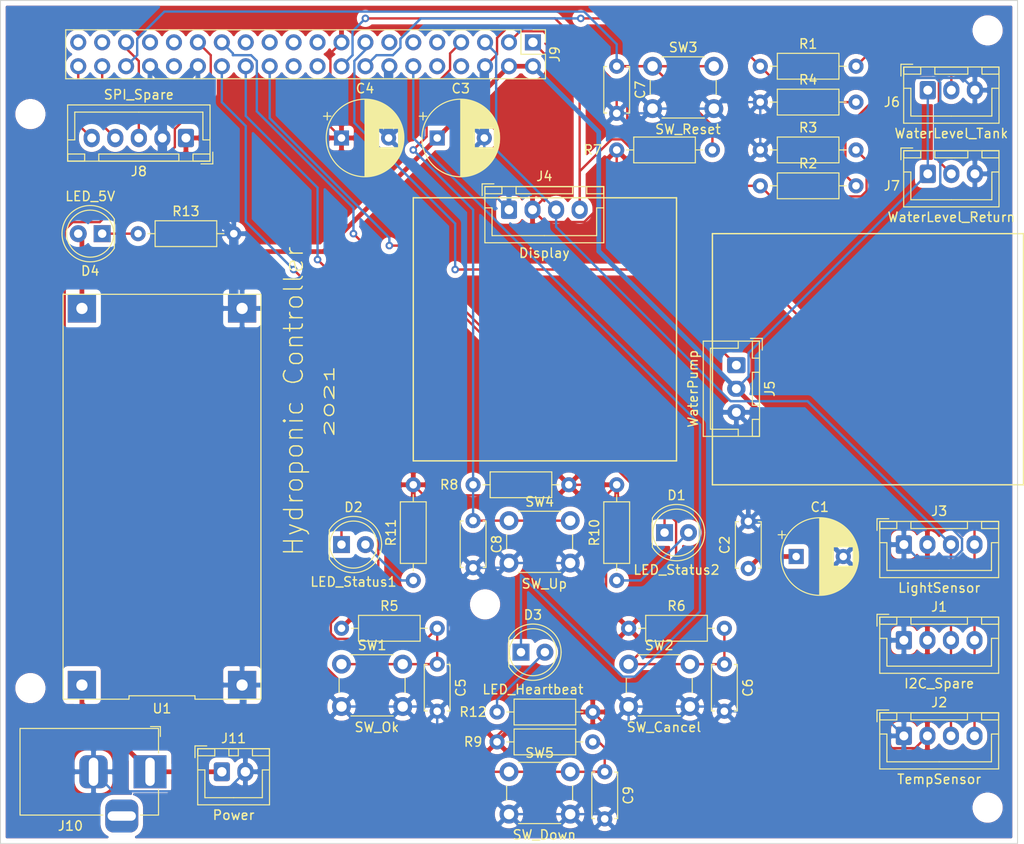
<source format=kicad_pcb>
(kicad_pcb (version 20171130) (host pcbnew "(5.1.9)-1")
  (layers (0 F.Cu signal) (31 B.Cu signal) (34 B.Paste user) (35 F.Paste user) (36 B.SilkS user) (37 F.SilkS user) (38 B.Mask user) (39 F.Mask user) (44 Edge.Cuts user))
  (net 0 "")
  (net 1 VCC5)
  (net 2 GND)
  (net 3 VCC3)
  (net 4 Ok)
  (net 5 Cancel)
  (net 6 Reset)
  (net 7 Up)
  (net 8 Down)
  (net 9 Status2)
  (net 10 "Net-(D1-Pad2)")
  (net 11 Status1)
  (net 12 "Net-(D2-Pad2)")
  (net 13 "Net-(D3-Pad2)")
  (net 14 Heartbeat)
  (net 15 "Net-(D4-Pad1)")
  (net 16 SCL)
  (net 17 SDA)
  (net 18 Waterpump)
  (net 19 "Net-(J6-Pad2)")
  (net 20 "Net-(J7-Pad2)")
  (net 21 MISO)
  (net 22 MOSI)
  (net 23 SCLK)
  (net 24 "Net-(J9-Pad8)")
  (net 25 "Net-(J9-Pad10)")
  (net 26 WaterLevel_Tank)
  (net 27 WaterLevel_Return)
  (net 28 "Net-(J9-Pad19)")
  (net 29 "Net-(J9-Pad21)")
  (net 30 "Net-(J9-Pad22)")
  (net 31 "Net-(J9-Pad23)")
  (net 32 "Net-(J9-Pad31)")
  (net 33 "Net-(J9-Pad32)")
  (net 34 "Net-(J9-Pad33)")
  (net 35 "Net-(J9-Pad37)")
  (net 36 "Net-(J10-Pad1)")
  (net 37 "Net-(J9-Pad11)")
  (net 38 "Net-(J9-Pad20)")
  (net 39 "Net-(J9-Pad25)")
  (net 40 "Net-(J9-Pad39)")
  (net 41 "Net-(J9-Pad9)")
  (net 42 "Net-(J9-Pad13)")
  (module Connector_PinHeader_2.54mm:PinHeader_2x20_P2.54mm_Vertical (layer F.Cu) (at 160.02 34.29 270)
    (fp_text reference J9 (at 1.27 -2.33 90) (layer F.SilkS))
    (fp_text value Raspberry_Pi_2_3 hide)
    (pad 1 thru_hole rect (at 0 0 270) (size 1.7 1.7) (drill 1) (layers *.Cu *.Mask) (net 3 VCC3))
    (pad 2 thru_hole oval (at 2.54 0 270) (size 1.7 1.7) (drill 1) (layers *.Cu *.Mask) (net 1 VCC5))
    (pad 3 thru_hole oval (at 0 2.54 270) (size 1.7 1.7) (drill 1) (layers *.Cu *.Mask) (net 17 SDA))
    (pad 4 thru_hole oval (at 2.54 2.54 270) (size 1.7 1.7) (drill 1) (layers *.Cu *.Mask) (net 1 VCC5))
    (pad 5 thru_hole oval (at 0 5.08 270) (size 1.7 1.7) (drill 1) (layers *.Cu *.Mask) (net 16 SCL))
    (pad 6 thru_hole oval (at 2.54 5.08 270) (size 1.7 1.7) (drill 1) (layers *.Cu *.Mask) (net 2 GND))
    (pad 7 thru_hole oval (at 0 7.62 270) (size 1.7 1.7) (drill 1) (layers *.Cu *.Mask) (net 7 Up))
    (pad 8 thru_hole oval (at 2.54 7.62 270) (size 1.7 1.7) (drill 1) (layers *.Cu *.Mask) (net 24 "Net-(J9-Pad8)"))
    (pad 9 thru_hole oval (at 0 10.16 270) (size 1.7 1.7) (drill 1) (layers *.Cu *.Mask) (net 41 "Net-(J9-Pad9)"))
    (pad 10 thru_hole oval (at 2.54 10.16 270) (size 1.7 1.7) (drill 1) (layers *.Cu *.Mask) (net 25 "Net-(J9-Pad10)"))
    (pad 11 thru_hole oval (at 0 12.7 270) (size 1.7 1.7) (drill 1) (layers *.Cu *.Mask) (net 37 "Net-(J9-Pad11)"))
    (pad 12 thru_hole oval (at 2.54 12.7 270) (size 1.7 1.7) (drill 1) (layers *.Cu *.Mask) (net 14 Heartbeat))
    (pad 13 thru_hole oval (at 0 15.24 270) (size 1.7 1.7) (drill 1) (layers *.Cu *.Mask) (net 42 "Net-(J9-Pad13)"))
    (pad 14 thru_hole oval (at 2.54 15.24 270) (size 1.7 1.7) (drill 1) (layers *.Cu *.Mask) (net 2 GND))
    (pad 15 thru_hole oval (at 0 17.78 270) (size 1.7 1.7) (drill 1) (layers *.Cu *.Mask) (net 18 Waterpump))
    (pad 16 thru_hole oval (at 2.54 17.78 270) (size 1.7 1.7) (drill 1) (layers *.Cu *.Mask) (net 26 WaterLevel_Tank))
    (pad 17 thru_hole oval (at 0 20.32 270) (size 1.7 1.7) (drill 1) (layers *.Cu *.Mask) (net 3 VCC3))
    (pad 18 thru_hole oval (at 2.54 20.32 270) (size 1.7 1.7) (drill 1) (layers *.Cu *.Mask) (net 27 WaterLevel_Return))
    (pad 19 thru_hole oval (at 0 22.86 270) (size 1.7 1.7) (drill 1) (layers *.Cu *.Mask) (net 28 "Net-(J9-Pad19)"))
    (pad 20 thru_hole oval (at 2.54 22.86 270) (size 1.7 1.7) (drill 1) (layers *.Cu *.Mask) (net 38 "Net-(J9-Pad20)"))
    (pad 21 thru_hole oval (at 0 25.4 270) (size 1.7 1.7) (drill 1) (layers *.Cu *.Mask) (net 29 "Net-(J9-Pad21)"))
    (pad 22 thru_hole oval (at 2.54 25.4 270) (size 1.7 1.7) (drill 1) (layers *.Cu *.Mask) (net 30 "Net-(J9-Pad22)"))
    (pad 23 thru_hole oval (at 0 27.94 270) (size 1.7 1.7) (drill 1) (layers *.Cu *.Mask) (net 31 "Net-(J9-Pad23)"))
    (pad 24 thru_hole oval (at 2.54 27.94 270) (size 1.7 1.7) (drill 1) (layers *.Cu *.Mask) (net 5 Cancel))
    (pad 25 thru_hole oval (at 0 30.48 270) (size 1.7 1.7) (drill 1) (layers *.Cu *.Mask) (net 39 "Net-(J9-Pad25)"))
    (pad 26 thru_hole oval (at 2.54 30.48 270) (size 1.7 1.7) (drill 1) (layers *.Cu *.Mask) (net 4 Ok))
    (pad 27 thru_hole oval (at 0 33.02 270) (size 1.7 1.7) (drill 1) (layers *.Cu *.Mask) (net 9 Status2))
    (pad 28 thru_hole oval (at 2.54 33.02 270) (size 1.7 1.7) (drill 1) (layers *.Cu *.Mask) (net 11 Status1))
    (pad 29 thru_hole oval (at 0 35.56 270) (size 1.7 1.7) (drill 1) (layers *.Cu *.Mask) (net 8 Down))
    (pad 30 thru_hole oval (at 2.54 35.56 270) (size 1.7 1.7) (drill 1) (layers *.Cu *.Mask) (net 2 GND))
    (pad 31 thru_hole oval (at 0 38.1 270) (size 1.7 1.7) (drill 1) (layers *.Cu *.Mask) (net 32 "Net-(J9-Pad31)"))
    (pad 32 thru_hole oval (at 2.54 38.1 270) (size 1.7 1.7) (drill 1) (layers *.Cu *.Mask) (net 33 "Net-(J9-Pad32)"))
    (pad 33 thru_hole oval (at 0 40.64 270) (size 1.7 1.7) (drill 1) (layers *.Cu *.Mask) (net 34 "Net-(J9-Pad33)"))
    (pad 34 thru_hole oval (at 2.54 40.64 270) (size 1.7 1.7) (drill 1) (layers *.Cu *.Mask) (net 2 GND))
    (pad 35 thru_hole oval (at 0 43.18 270) (size 1.7 1.7) (drill 1) (layers *.Cu *.Mask) (net 21 MISO))
    (pad 36 thru_hole oval (at 2.54 43.18 270) (size 1.7 1.7) (drill 1) (layers *.Cu *.Mask) (net 6 Reset))
    (pad 37 thru_hole oval (at 0 45.72 270) (size 1.7 1.7) (drill 1) (layers *.Cu *.Mask) (net 35 "Net-(J9-Pad37)"))
    (pad 38 thru_hole oval (at 2.54 45.72 270) (size 1.7 1.7) (drill 1) (layers *.Cu *.Mask) (net 22 MOSI))
    (pad 39 thru_hole oval (at 0 48.26 270) (size 1.7 1.7) (drill 1) (layers *.Cu *.Mask) (net 40 "Net-(J9-Pad39)"))
    (pad 40 thru_hole oval (at 2.54 48.26 270) (size 1.7 1.7) (drill 1) (layers *.Cu *.Mask) (net 23 SCLK))
  )
  (module Resistor_THT:R_Axial_DIN0207_L6.3mm_D2.5mm_P10.16mm_Horizontal (layer F.Cu) (at 170.18 96.52)
    (fp_text reference R6 (at 5.08 -2.37) (layer F.SilkS))
    (fp_text value 10k hide)
    (pad 2 thru_hole oval (at 10.16 0) (size 1.6 1.6) (drill 0.8) (layers *.Cu *.Mask) (net 5 Cancel))
    (pad 1 thru_hole circle (at 0 0) (size 1.6 1.6) (drill 0.8) (layers *.Cu *.Mask) (net 3 VCC3))
  )
  (module Capacitor_THT:CP_Radial_D8.0mm_P5.00mm (layer F.Cu) (at 187.96 88.9)
    (fp_text reference C1 (at 2.5 -5.25) (layer F.SilkS))
    (fp_text value 10uF hide)
    (pad 1 thru_hole rect (at 0 0) (size 1.6 1.6) (drill 0.8) (layers *.Cu *.Mask) (net 1 VCC5))
    (pad 2 thru_hole circle (at 5 0) (size 1.6 1.6) (drill 0.8) (layers *.Cu *.Mask) (net 2 GND))
  )
  (module Capacitor_THT:CP_Radial_D8.0mm_P5.00mm (layer F.Cu) (at 149.86 44.45)
    (fp_text reference C3 (at 2.5 -5.25) (layer F.SilkS))
    (fp_text value 10uF hide)
    (pad 1 thru_hole rect (at 0 0) (size 1.6 1.6) (drill 0.8) (layers *.Cu *.Mask) (net 1 VCC5))
    (pad 2 thru_hole circle (at 5 0) (size 1.6 1.6) (drill 0.8) (layers *.Cu *.Mask) (net 2 GND))
  )
  (module Capacitor_THT:CP_Radial_D8.0mm_P5.00mm (layer F.Cu) (at 139.7 44.45)
    (fp_text reference C4 (at 2.5 -5.25) (layer F.SilkS))
    (fp_text value 10uF hide)
    (pad 2 thru_hole circle (at 5 0) (size 1.6 1.6) (drill 0.8) (layers *.Cu *.Mask) (net 2 GND))
    (pad 1 thru_hole rect (at 0 0) (size 1.6 1.6) (drill 0.8) (layers *.Cu *.Mask) (net 3 VCC3))
  )
  (module LED_THT:LED_D5.0mm (layer F.Cu) (at 173.99 86.36)
    (fp_text reference D1 (at 1.27 -3.96) (layer F.SilkS))
    (fp_text value LED_Status2 (at 1.27 3.96) (layer F.SilkS))
    (pad 1 thru_hole rect (at 0 0) (size 1.8 1.8) (drill 0.9) (layers *.Cu *.Mask) (net 9 Status2))
    (pad 2 thru_hole circle (at 2.54 0) (size 1.8 1.8) (drill 0.9) (layers *.Cu *.Mask) (net 10 "Net-(D1-Pad2)"))
  )
  (module LED_THT:LED_D5.0mm (layer F.Cu) (at 139.7 87.63)
    (fp_text reference D2 (at 1.27 -3.96) (layer F.SilkS))
    (fp_text value LED_Status1 (at 1.27 3.96) (layer F.SilkS))
    (pad 1 thru_hole rect (at 0 0) (size 1.8 1.8) (drill 0.9) (layers *.Cu *.Mask) (net 11 Status1))
    (pad 2 thru_hole circle (at 2.54 0) (size 1.8 1.8) (drill 0.9) (layers *.Cu *.Mask) (net 12 "Net-(D2-Pad2)"))
  )
  (module LED_THT:LED_D5.0mm (layer F.Cu) (at 158.75 99.06)
    (fp_text reference D3 (at 1.27 -3.96) (layer F.SilkS))
    (fp_text value LED_Heartbeat (at 1.27 3.96) (layer F.SilkS))
    (pad 2 thru_hole circle (at 2.54 0) (size 1.8 1.8) (drill 0.9) (layers *.Cu *.Mask) (net 13 "Net-(D3-Pad2)"))
    (pad 1 thru_hole rect (at 0 0) (size 1.8 1.8) (drill 0.9) (layers *.Cu *.Mask) (net 14 Heartbeat))
  )
  (module LED_THT:LED_D5.0mm (layer F.Cu) (at 114.3 54.61 180)
    (fp_text reference D4 (at 1.27 -3.96) (layer F.SilkS))
    (fp_text value LED_5V (at 1.27 3.96) (layer F.SilkS))
    (pad 2 thru_hole circle (at 2.54 0 180) (size 1.8 1.8) (drill 0.9) (layers *.Cu *.Mask) (net 1 VCC5))
    (pad 1 thru_hole rect (at 0 0 180) (size 1.8 1.8) (drill 0.9) (layers *.Cu *.Mask) (net 15 "Net-(D4-Pad1)"))
  )
  (module Connector_JST:JST_XH_B4B-XH-A_1x04_P2.50mm_Vertical (layer F.Cu) (at 199.39 97.79)
    (fp_text reference J1 (at 3.75 -3.55) (layer F.SilkS))
    (fp_text value I2C_Spare (at 3.75 4.6) (layer F.SilkS))
    (pad 1 thru_hole roundrect (at 0 0) (size 1.7 1.95) (drill 0.95) (layers *.Cu *.Mask) (roundrect_rratio 0.147059) (net 2 GND))
    (pad 2 thru_hole oval (at 2.5 0) (size 1.7 1.95) (drill 0.95) (layers *.Cu *.Mask) (net 3 VCC3))
    (pad 3 thru_hole oval (at 5 0) (size 1.7 1.95) (drill 0.95) (layers *.Cu *.Mask) (net 16 SCL))
    (pad 4 thru_hole oval (at 7.5 0) (size 1.7 1.95) (drill 0.95) (layers *.Cu *.Mask) (net 17 SDA))
  )
  (module Connector_JST:JST_XH_B4B-XH-A_1x04_P2.50mm_Vertical (layer F.Cu) (at 199.39 107.95)
    (fp_text reference J2 (at 3.75 -3.55) (layer F.SilkS))
    (fp_text value TempSensor (at 3.75 4.6) (layer F.SilkS))
    (pad 4 thru_hole oval (at 7.5 0) (size 1.7 1.95) (drill 0.95) (layers *.Cu *.Mask) (net 17 SDA))
    (pad 3 thru_hole oval (at 5 0) (size 1.7 1.95) (drill 0.95) (layers *.Cu *.Mask) (net 16 SCL))
    (pad 2 thru_hole oval (at 2.5 0) (size 1.7 1.95) (drill 0.95) (layers *.Cu *.Mask) (net 3 VCC3))
    (pad 1 thru_hole roundrect (at 0 0) (size 1.7 1.95) (drill 0.95) (layers *.Cu *.Mask) (roundrect_rratio 0.147059) (net 2 GND))
  )
  (module Connector_JST:JST_XH_B4B-XH-A_1x04_P2.50mm_Vertical (layer F.Cu) (at 199.39 87.63)
    (fp_text reference J3 (at 3.75 -3.55) (layer F.SilkS))
    (fp_text value LightSensor (at 3.75 4.6) (layer F.SilkS))
    (pad 1 thru_hole roundrect (at 0 0) (size 1.7 1.95) (drill 0.95) (layers *.Cu *.Mask) (roundrect_rratio 0.147059) (net 2 GND))
    (pad 2 thru_hole oval (at 2.5 0) (size 1.7 1.95) (drill 0.95) (layers *.Cu *.Mask) (net 3 VCC3))
    (pad 3 thru_hole oval (at 5 0) (size 1.7 1.95) (drill 0.95) (layers *.Cu *.Mask) (net 16 SCL))
    (pad 4 thru_hole oval (at 7.5 0) (size 1.7 1.95) (drill 0.95) (layers *.Cu *.Mask) (net 17 SDA))
  )
  (module Connector_JST:JST_XH_B4B-XH-A_1x04_P2.50mm_Vertical (layer F.Cu) (at 157.48 52.07)
    (fp_text reference J4 (at 3.75 -3.55) (layer F.SilkS))
    (fp_text value Display (at 3.75 4.6) (layer F.SilkS))
    (pad 4 thru_hole oval (at 7.5 0) (size 1.7 1.95) (drill 0.95) (layers *.Cu *.Mask) (net 17 SDA))
    (pad 3 thru_hole oval (at 5 0) (size 1.7 1.95) (drill 0.95) (layers *.Cu *.Mask) (net 16 SCL))
    (pad 2 thru_hole oval (at 2.5 0) (size 1.7 1.95) (drill 0.95) (layers *.Cu *.Mask) (net 3 VCC3))
    (pad 1 thru_hole roundrect (at 0 0) (size 1.7 1.95) (drill 0.95) (layers *.Cu *.Mask) (roundrect_rratio 0.147059) (net 2 GND))
  )
  (module Connector_JST:JST_XH_B3B-XH-A_1x03_P2.50mm_Vertical (layer F.Cu) (at 181.61 68.58 270)
    (fp_text reference J5 (at 2.5 -3.55 90) (layer F.SilkS))
    (fp_text value WaterPump (at 2.5 4.6 90) (layer F.SilkS))
    (pad 1 thru_hole roundrect (at 0 0 270) (size 1.7 1.95) (drill 0.95) (layers *.Cu *.Mask) (roundrect_rratio 0.147059) (net 18 Waterpump))
    (pad 2 thru_hole oval (at 2.5 0 270) (size 1.7 1.95) (drill 0.95) (layers *.Cu *.Mask) (net 1 VCC5))
    (pad 3 thru_hole oval (at 5 0 270) (size 1.7 1.95) (drill 0.95) (layers *.Cu *.Mask) (net 2 GND))
  )
  (module Connector_JST:JST_XH_B3B-XH-A_1x03_P2.50mm_Vertical (layer F.Cu) (at 201.93 39.37)
    (fp_text reference J6 (at -3.81 1.27) (layer F.SilkS))
    (fp_text value WaterLevel_Tank (at 2.5 4.6) (layer F.SilkS))
    (pad 1 thru_hole roundrect (at 0 0) (size 1.7 1.95) (drill 0.95) (layers *.Cu *.Mask) (roundrect_rratio 0.147059) (net 1 VCC5))
    (pad 2 thru_hole oval (at 2.5 0) (size 1.7 1.95) (drill 0.95) (layers *.Cu *.Mask) (net 19 "Net-(J6-Pad2)"))
    (pad 3 thru_hole oval (at 5 0) (size 1.7 1.95) (drill 0.95) (layers *.Cu *.Mask) (net 2 GND))
  )
  (module Connector_JST:JST_XH_B3B-XH-A_1x03_P2.50mm_Vertical (layer F.Cu) (at 201.93 48.26)
    (fp_text reference J7 (at -3.81 1.27) (layer F.SilkS))
    (fp_text value WaterLevel_Return (at 2.5 4.6) (layer F.SilkS))
    (pad 3 thru_hole oval (at 5 0) (size 1.7 1.95) (drill 0.95) (layers *.Cu *.Mask) (net 2 GND))
    (pad 2 thru_hole oval (at 2.5 0) (size 1.7 1.95) (drill 0.95) (layers *.Cu *.Mask) (net 20 "Net-(J7-Pad2)"))
    (pad 1 thru_hole roundrect (at 0 0) (size 1.7 1.95) (drill 0.95) (layers *.Cu *.Mask) (roundrect_rratio 0.147059) (net 1 VCC5))
  )
  (module Connector_JST:JST_XH_B5B-XH-A_1x05_P2.50mm_Vertical (layer F.Cu) (at 123.19 44.45 180)
    (fp_text reference J8 (at 5 -3.55) (layer F.SilkS))
    (fp_text value SPI_Spare (at 5 4.6) (layer F.SilkS))
    (pad 1 thru_hole roundrect (at 0 0 180) (size 1.7 1.95) (drill 0.95) (layers *.Cu *.Mask) (roundrect_rratio 0.147059) (net 3 VCC3))
    (pad 2 thru_hole oval (at 2.5 0 180) (size 1.7 1.95) (drill 0.95) (layers *.Cu *.Mask) (net 2 GND))
    (pad 3 thru_hole oval (at 5 0 180) (size 1.7 1.95) (drill 0.95) (layers *.Cu *.Mask) (net 21 MISO))
    (pad 4 thru_hole oval (at 7.5 0 180) (size 1.7 1.95) (drill 0.95) (layers *.Cu *.Mask) (net 22 MOSI))
    (pad 5 thru_hole oval (at 10 0 180) (size 1.7 1.95) (drill 0.95) (layers *.Cu *.Mask) (net 23 SCLK))
  )
  (module Connector_JST:JST_XH_B2B-XH-A_1x02_P2.50mm_Vertical (layer F.Cu) (at 127 111.76)
    (fp_text reference J11 (at 1.25 -3.55) (layer F.SilkS))
    (fp_text value Power (at 1.25 4.6) (layer F.SilkS))
    (pad 1 thru_hole roundrect (at 0 0) (size 1.7 2) (drill 1) (layers *.Cu *.Mask) (roundrect_rratio 0.147059) (net 36 "Net-(J10-Pad1)"))
    (pad 2 thru_hole oval (at 2.5 0) (size 1.7 2) (drill 1) (layers *.Cu *.Mask) (net 2 GND))
  )
  (module Resistor_THT:R_Axial_DIN0207_L6.3mm_D2.5mm_P10.16mm_Horizontal (layer F.Cu) (at 184.15 36.83)
    (fp_text reference R1 (at 5.08 -2.37) (layer F.SilkS))
    (fp_text value 2k2 hide)
    (pad 1 thru_hole circle (at 0 0) (size 1.6 1.6) (drill 0.8) (layers *.Cu *.Mask) (net 26 WaterLevel_Tank))
    (pad 2 thru_hole oval (at 10.16 0) (size 1.6 1.6) (drill 0.8) (layers *.Cu *.Mask) (net 19 "Net-(J6-Pad2)"))
  )
  (module Resistor_THT:R_Axial_DIN0207_L6.3mm_D2.5mm_P10.16mm_Horizontal (layer F.Cu) (at 184.15 49.53)
    (fp_text reference R2 (at 5.08 -2.37) (layer F.SilkS))
    (fp_text value 2k2 hide)
    (pad 1 thru_hole circle (at 0 0) (size 1.6 1.6) (drill 0.8) (layers *.Cu *.Mask) (net 27 WaterLevel_Return))
    (pad 2 thru_hole oval (at 10.16 0) (size 1.6 1.6) (drill 0.8) (layers *.Cu *.Mask) (net 20 "Net-(J7-Pad2)"))
  )
  (module Resistor_THT:R_Axial_DIN0207_L6.3mm_D2.5mm_P10.16mm_Horizontal (layer F.Cu) (at 184.15 45.72)
    (fp_text reference R3 (at 5.08 -2.37) (layer F.SilkS))
    (fp_text value 3k3 hide)
    (pad 2 thru_hole oval (at 10.16 0) (size 1.6 1.6) (drill 0.8) (layers *.Cu *.Mask) (net 27 WaterLevel_Return))
    (pad 1 thru_hole circle (at 0 0) (size 1.6 1.6) (drill 0.8) (layers *.Cu *.Mask) (net 2 GND))
  )
  (module Resistor_THT:R_Axial_DIN0207_L6.3mm_D2.5mm_P10.16mm_Horizontal (layer F.Cu) (at 184.15 40.64)
    (fp_text reference R4 (at 5.08 -2.37) (layer F.SilkS))
    (fp_text value 3k3 hide)
    (pad 1 thru_hole circle (at 0 0) (size 1.6 1.6) (drill 0.8) (layers *.Cu *.Mask) (net 2 GND))
    (pad 2 thru_hole oval (at 10.16 0) (size 1.6 1.6) (drill 0.8) (layers *.Cu *.Mask) (net 26 WaterLevel_Tank))
  )
  (module Resistor_THT:R_Axial_DIN0207_L6.3mm_D2.5mm_P10.16mm_Horizontal (layer F.Cu) (at 139.7 96.52)
    (fp_text reference R5 (at 5.08 -2.37) (layer F.SilkS))
    (fp_text value 10k hide)
    (pad 1 thru_hole circle (at 0 0) (size 1.6 1.6) (drill 0.8) (layers *.Cu *.Mask) (net 3 VCC3))
    (pad 2 thru_hole oval (at 10.16 0) (size 1.6 1.6) (drill 0.8) (layers *.Cu *.Mask) (net 4 Ok))
  )
  (module Resistor_THT:R_Axial_DIN0207_L6.3mm_D2.5mm_P10.16mm_Horizontal (layer F.Cu) (at 168.91 45.72)
    (fp_text reference R7 (at -2.54 0) (layer F.SilkS))
    (fp_text value 10k hide)
    (pad 1 thru_hole circle (at 0 0) (size 1.6 1.6) (drill 0.8) (layers *.Cu *.Mask) (net 3 VCC3))
    (pad 2 thru_hole oval (at 10.16 0) (size 1.6 1.6) (drill 0.8) (layers *.Cu *.Mask) (net 6 Reset))
  )
  (module Resistor_THT:R_Axial_DIN0207_L6.3mm_D2.5mm_P10.16mm_Horizontal (layer F.Cu) (at 163.83 81.28 180)
    (fp_text reference R8 (at 12.7 0) (layer F.SilkS))
    (fp_text value 10k hide)
    (pad 2 thru_hole oval (at 10.16 0 180) (size 1.6 1.6) (drill 0.8) (layers *.Cu *.Mask) (net 7 Up))
    (pad 1 thru_hole circle (at 0 0 180) (size 1.6 1.6) (drill 0.8) (layers *.Cu *.Mask) (net 3 VCC3))
  )
  (module Resistor_THT:R_Axial_DIN0207_L6.3mm_D2.5mm_P10.16mm_Horizontal (layer F.Cu) (at 156.21 108.585)
    (fp_text reference R9 (at -2.54 0) (layer F.SilkS))
    (fp_text value 10k hide)
    (pad 2 thru_hole oval (at 10.16 0) (size 1.6 1.6) (drill 0.8) (layers *.Cu *.Mask) (net 8 Down))
    (pad 1 thru_hole circle (at 0 0) (size 1.6 1.6) (drill 0.8) (layers *.Cu *.Mask) (net 3 VCC3))
  )
  (module Resistor_THT:R_Axial_DIN0207_L6.3mm_D2.5mm_P10.16mm_Horizontal (layer F.Cu) (at 168.91 91.44 90)
    (fp_text reference R10 (at 5.08 -2.37 90) (layer F.SilkS))
    (fp_text value 330 hide)
    (pad 2 thru_hole oval (at 10.16 0 90) (size 1.6 1.6) (drill 0.8) (layers *.Cu *.Mask) (net 3 VCC3))
    (pad 1 thru_hole circle (at 0 0 90) (size 1.6 1.6) (drill 0.8) (layers *.Cu *.Mask) (net 10 "Net-(D1-Pad2)"))
  )
  (module Resistor_THT:R_Axial_DIN0207_L6.3mm_D2.5mm_P10.16mm_Horizontal (layer F.Cu) (at 147.32 91.44 90)
    (fp_text reference R11 (at 5.08 -2.37 90) (layer F.SilkS))
    (fp_text value 330 hide)
    (pad 1 thru_hole circle (at 0 0 90) (size 1.6 1.6) (drill 0.8) (layers *.Cu *.Mask) (net 12 "Net-(D2-Pad2)"))
    (pad 2 thru_hole oval (at 10.16 0 90) (size 1.6 1.6) (drill 0.8) (layers *.Cu *.Mask) (net 3 VCC3))
  )
  (module Resistor_THT:R_Axial_DIN0207_L6.3mm_D2.5mm_P10.16mm_Horizontal (layer F.Cu) (at 156.21 105.41)
    (fp_text reference R12 (at -2.54 0) (layer F.SilkS))
    (fp_text value 330 hide)
    (pad 2 thru_hole oval (at 10.16 0) (size 1.6 1.6) (drill 0.8) (layers *.Cu *.Mask) (net 3 VCC3))
    (pad 1 thru_hole circle (at 0 0) (size 1.6 1.6) (drill 0.8) (layers *.Cu *.Mask) (net 13 "Net-(D3-Pad2)"))
  )
  (module Resistor_THT:R_Axial_DIN0207_L6.3mm_D2.5mm_P10.16mm_Horizontal (layer F.Cu) (at 118.11 54.61)
    (fp_text reference R13 (at 5.08 -2.37) (layer F.SilkS))
    (fp_text value 470 hide)
    (pad 1 thru_hole circle (at 0 0) (size 1.6 1.6) (drill 0.8) (layers *.Cu *.Mask) (net 15 "Net-(D4-Pad1)"))
    (pad 2 thru_hole oval (at 10.16 0) (size 1.6 1.6) (drill 0.8) (layers *.Cu *.Mask) (net 2 GND))
  )
  (module Button_Switch_THT:SW_PUSH_6mm_H5mm (layer F.Cu) (at 139.7 100.33)
    (fp_text reference SW1 (at 3.25 -2) (layer F.SilkS))
    (fp_text value SW_Ok (at 3.75 6.7) (layer F.SilkS))
    (pad 1 thru_hole circle (at 6.5 0 90) (size 2 2) (drill 1.1) (layers *.Cu *.Mask) (net 4 Ok))
    (pad 2 thru_hole circle (at 6.5 4.5 90) (size 2 2) (drill 1.1) (layers *.Cu *.Mask) (net 2 GND))
    (pad 1 thru_hole circle (at 0 0 90) (size 2 2) (drill 1.1) (layers *.Cu *.Mask) (net 4 Ok))
    (pad 2 thru_hole circle (at 0 4.5 90) (size 2 2) (drill 1.1) (layers *.Cu *.Mask) (net 2 GND))
  )
  (module Button_Switch_THT:SW_PUSH_6mm_H5mm (layer F.Cu) (at 170.18 100.33)
    (fp_text reference SW2 (at 3.25 -2) (layer F.SilkS))
    (fp_text value SW_Cancel (at 3.75 6.7) (layer F.SilkS))
    (pad 2 thru_hole circle (at 0 4.5 90) (size 2 2) (drill 1.1) (layers *.Cu *.Mask) (net 2 GND))
    (pad 1 thru_hole circle (at 0 0 90) (size 2 2) (drill 1.1) (layers *.Cu *.Mask) (net 5 Cancel))
    (pad 2 thru_hole circle (at 6.5 4.5 90) (size 2 2) (drill 1.1) (layers *.Cu *.Mask) (net 2 GND))
    (pad 1 thru_hole circle (at 6.5 0 90) (size 2 2) (drill 1.1) (layers *.Cu *.Mask) (net 5 Cancel))
  )
  (module Button_Switch_THT:SW_PUSH_6mm_H5mm (layer F.Cu) (at 172.72 36.83)
    (fp_text reference SW3 (at 3.25 -2) (layer F.SilkS))
    (fp_text value SW_Reset (at 3.75 6.7) (layer F.SilkS))
    (pad 2 thru_hole circle (at 0 4.5 90) (size 2 2) (drill 1.1) (layers *.Cu *.Mask) (net 2 GND))
    (pad 1 thru_hole circle (at 0 0 90) (size 2 2) (drill 1.1) (layers *.Cu *.Mask) (net 6 Reset))
    (pad 2 thru_hole circle (at 6.5 4.5 90) (size 2 2) (drill 1.1) (layers *.Cu *.Mask) (net 2 GND))
    (pad 1 thru_hole circle (at 6.5 0 90) (size 2 2) (drill 1.1) (layers *.Cu *.Mask) (net 6 Reset))
  )
  (module Button_Switch_THT:SW_PUSH_6mm_H5mm (layer F.Cu) (at 157.48 85.09)
    (fp_text reference SW4 (at 3.25 -2) (layer F.SilkS))
    (fp_text value SW_Up (at 3.75 6.7) (layer F.SilkS))
    (pad 1 thru_hole circle (at 6.5 0 90) (size 2 2) (drill 1.1) (layers *.Cu *.Mask) (net 7 Up))
    (pad 2 thru_hole circle (at 6.5 4.5 90) (size 2 2) (drill 1.1) (layers *.Cu *.Mask) (net 2 GND))
    (pad 1 thru_hole circle (at 0 0 90) (size 2 2) (drill 1.1) (layers *.Cu *.Mask) (net 7 Up))
    (pad 2 thru_hole circle (at 0 4.5 90) (size 2 2) (drill 1.1) (layers *.Cu *.Mask) (net 2 GND))
  )
  (module Button_Switch_THT:SW_PUSH_6mm_H5mm (layer F.Cu) (at 157.48 111.76)
    (fp_text reference SW5 (at 3.25 -2) (layer F.SilkS))
    (fp_text value SW_Down (at 3.75 6.7) (layer F.SilkS))
    (pad 2 thru_hole circle (at 0 4.5 90) (size 2 2) (drill 1.1) (layers *.Cu *.Mask) (net 2 GND))
    (pad 1 thru_hole circle (at 0 0 90) (size 2 2) (drill 1.1) (layers *.Cu *.Mask) (net 8 Down))
    (pad 2 thru_hole circle (at 6.5 4.5 90) (size 2 2) (drill 1.1) (layers *.Cu *.Mask) (net 2 GND))
    (pad 1 thru_hole circle (at 6.5 0 90) (size 2 2) (drill 1.1) (layers *.Cu *.Mask) (net 8 Down))
  )
  (module myparts:DCDC_StepDown_3-40V (layer F.Cu) (at 120.65 82.55 90)
    (fp_text reference U1 (at -22.5 0) (layer F.SilkS))
    (fp_text value DCDC_StepDown_3-40V hide)
    (pad IN+ thru_hole rect (at -20 -8.5 90) (size 3 3) (drill 1.2) (layers *.Cu *.Mask) (net 36 "Net-(J10-Pad1)"))
    (pad IN- thru_hole rect (at -20 8.5 90) (size 3 3) (drill 1.2) (layers *.Cu *.Mask) (net 2 GND))
    (pad OUT+ thru_hole rect (at 20 -8.5 90) (size 3 3) (drill 1.2) (layers *.Cu *.Mask) (net 1 VCC5))
    (pad OUT- thru_hole rect (at 20 8.5 90) (size 3 3) (drill 1.2) (layers *.Cu *.Mask) (net 2 GND))
  )
  (module Connector_BarrelJack:BarrelJack_Horizontal (layer F.Cu) (at 119.38 111.76)
    (fp_text reference J10 (at -8.45 5.75) (layer F.SilkS))
    (fp_text value Barrel_Jack hide)
    (pad 1 thru_hole rect (at 0 0) (size 3.5 3.5) (drill oval 1 3) (layers *.Cu *.Mask) (net 36 "Net-(J10-Pad1)"))
    (pad 2 thru_hole roundrect (at -6 0) (size 3 3.5) (drill oval 1 3) (layers *.Cu *.Mask) (net 2 GND))
    (pad 3 thru_hole roundrect (at -3 4.7) (size 3.5 3.5) (drill oval 3 1) (layers *.Cu *.Mask))
  )
  (module Capacitor_THT:C_Disc_D4.7mm_W2.5mm_P5.00mm (layer F.Cu) (at 182.88 90.17 90)
    (fp_text reference C2 (at 2.5 -2.5 90) (layer F.SilkS))
    (fp_text value 100nF hide)
    (pad 2 thru_hole circle (at 5 0 90) (size 1.6 1.6) (drill 0.8) (layers *.Cu *.Mask) (net 2 GND))
    (pad 1 thru_hole circle (at 0 0 90) (size 1.6 1.6) (drill 0.8) (layers *.Cu *.Mask) (net 1 VCC5))
  )
  (module Capacitor_THT:C_Disc_D4.7mm_W2.5mm_P5.00mm (layer F.Cu) (at 149.86 100.33 270)
    (fp_text reference C5 (at 2.5 -2.5 90) (layer F.SilkS))
    (fp_text value 0.1uF hide)
    (pad 2 thru_hole circle (at 5 0 270) (size 1.6 1.6) (drill 0.8) (layers *.Cu *.Mask) (net 2 GND))
    (pad 1 thru_hole circle (at 0 0 270) (size 1.6 1.6) (drill 0.8) (layers *.Cu *.Mask) (net 4 Ok))
  )
  (module Capacitor_THT:C_Disc_D4.7mm_W2.5mm_P5.00mm (layer F.Cu) (at 180.34 100.33 270)
    (fp_text reference C6 (at 2.5 -2.5 90) (layer F.SilkS))
    (fp_text value 0.1uF hide)
    (pad 1 thru_hole circle (at 0 0 270) (size 1.6 1.6) (drill 0.8) (layers *.Cu *.Mask) (net 5 Cancel))
    (pad 2 thru_hole circle (at 5 0 270) (size 1.6 1.6) (drill 0.8) (layers *.Cu *.Mask) (net 2 GND))
  )
  (module Capacitor_THT:C_Disc_D4.7mm_W2.5mm_P5.00mm (layer F.Cu) (at 168.91 36.83 270)
    (fp_text reference C7 (at 2.5 -2.5 90) (layer F.SilkS))
    (fp_text value 0.1uF hide)
    (pad 1 thru_hole circle (at 0 0 270) (size 1.6 1.6) (drill 0.8) (layers *.Cu *.Mask) (net 6 Reset))
    (pad 2 thru_hole circle (at 5 0 270) (size 1.6 1.6) (drill 0.8) (layers *.Cu *.Mask) (net 2 GND))
  )
  (module Capacitor_THT:C_Disc_D4.7mm_W2.5mm_P5.00mm (layer F.Cu) (at 153.67 85.09 270)
    (fp_text reference C8 (at 2.5 -2.5 90) (layer F.SilkS))
    (fp_text value 0.1uF hide)
    (pad 2 thru_hole circle (at 5 0 270) (size 1.6 1.6) (drill 0.8) (layers *.Cu *.Mask) (net 2 GND))
    (pad 1 thru_hole circle (at 0 0 270) (size 1.6 1.6) (drill 0.8) (layers *.Cu *.Mask) (net 7 Up))
  )
  (module Capacitor_THT:C_Disc_D4.7mm_W2.5mm_P5.00mm (layer F.Cu) (at 167.64 111.76 270)
    (fp_text reference C9 (at 2.5 -2.5 90) (layer F.SilkS))
    (fp_text value 0.1uF hide)
    (pad 1 thru_hole circle (at 0 0 270) (size 1.6 1.6) (drill 0.8) (layers *.Cu *.Mask) (net 8 Down))
    (pad 2 thru_hole circle (at 5 0 270) (size 1.6 1.6) (drill 0.8) (layers *.Cu *.Mask) (net 2 GND))
  )
  (module MountingHole:MountingHole_2.2mm_M2 (layer F.Cu) (at 106.68 41.91)
    (fp_text reference H1 hide)
    (fp_text value MountingHole hide)
    (pad 1 np_thru_hole circle (at 0 0) (size 2.2 2.2) (drill 2.2) (layers *.Cu *.Mask))
  )
  (module MountingHole:MountingHole_2.2mm_M2 (layer F.Cu) (at 208.28 33.02)
    (fp_text reference H2 hide)
    (fp_text value MountingHole hide)
    (pad 1 np_thru_hole circle (at 0 0) (size 2.2 2.2) (drill 2.2) (layers *.Cu *.Mask))
  )
  (module MountingHole:MountingHole_2.2mm_M2 (layer F.Cu) (at 208.28 115.57)
    (fp_text reference H3 hide)
    (fp_text value MountingHole hide)
    (pad 1 np_thru_hole circle (at 0 0) (size 2.2 2.2) (drill 2.2) (layers *.Cu *.Mask))
  )
  (module MountingHole:MountingHole_2.2mm_M2 (layer F.Cu) (at 106.68 102.87)
    (fp_text reference H4 hide)
    (fp_text value MountingHole hide)
    (pad 1 np_thru_hole circle (at 0 0) (size 2.2 2.2) (drill 2.2) (layers *.Cu *.Mask))
  )
  (module MountingHole:MountingHole_2.2mm_M2 (layer F.Cu) (at 154.94 93.98)
    (fp_text reference H5 hide)
    (fp_text value MountingHole hide)
    (pad 1 np_thru_hole circle (at 0 0) (size 2.2 2.2) (drill 2.2) (layers *.Cu *.Mask))
  )
  (gr_line (start 211.455 29.845) (end 211.455 119.38) (layer Edge.Cuts) (width 0.1))
  (gr_line (start 103.505 29.845) (end 211.455 29.845) (layer Edge.Cuts) (width 0.1))
  (gr_line (start 103.505 119.38) (end 103.505 29.845) (layer Edge.Cuts) (width 0.1))
  (gr_line (start 211.455 119.38) (end 103.505 119.38) (layer Edge.Cuts) (width 0.1))
  (gr_text 2021 (at 138.43 72.39 90) (layer F.SilkS) (effects (font (size 1 2))))
  (gr_text "Hydroponic Controller" (at 134.62 72.39 90) (layer F.SilkS) (effects (font (size 2 2))))
  (gr_line (start 212.09 81.28) (end 179.07 81.28) (layer F.SilkS) (width 0.15))
  (gr_line (start 212.09 54.61) (end 212.09 81.28) (layer F.SilkS) (width 0.15))
  (gr_line (start 179.07 54.61) (end 212.09 54.61) (layer F.SilkS) (width 0.15))
  (gr_line (start 179.07 81.28) (end 179.07 54.61) (layer F.SilkS) (width 0.15))
  (gr_line (start 147.32 78.74) (end 147.32 50.8) (layer F.SilkS) (width 0.15))
  (gr_line (start 175.26 78.74) (end 147.32 78.74) (layer F.SilkS) (width 0.15))
  (gr_line (start 175.26 50.8) (end 175.26 78.74) (layer F.SilkS) (width 0.15))
  (gr_line (start 147.32 50.8) (end 175.26 50.8) (layer F.SilkS) (width 0.15))
  (segment (start 112.15 55) (end 111.76 54.61) (width 0.25) (layer F.Cu) (net 1))
  (segment (start 112.15 62.55) (end 112.15 55) (width 0.5) (layer F.Cu) (net 1))
  (segment (start 149.86 44.45) (end 157.48 36.83) (width 0.5) (layer F.Cu) (net 1))
  (segment (start 157.48 36.83) (end 160.02 36.83) (width 0.5) (layer F.Cu) (net 1))
  (segment (start 184.15 88.9) (end 182.88 90.17) (width 0.5) (layer F.Cu) (net 1))
  (segment (start 187.96 88.9) (end 184.15 88.9) (width 0.5) (layer F.Cu) (net 1))
  (segment (start 182.88 90.17) (end 184.005001 89.044999) (width 0.25) (layer F.Cu) (net 1))
  (segment (start 182.91001 67.27999) (end 201.93 48.26) (width 0.25) (layer B.Cu) (net 1))
  (segment (start 182.91001 69.77999) (end 182.91001 67.27999) (width 0.25) (layer B.Cu) (net 1))
  (segment (start 181.61 71.08) (end 182.91001 69.77999) (width 0.25) (layer B.Cu) (net 1))
  (segment (start 201.93 48.26) (end 201.93 39.37) (width 0.25) (layer B.Cu) (net 1))
  (segment (start 184.785 74.255) (end 181.61 71.08) (width 0.5) (layer F.Cu) (net 1))
  (segment (start 184.785 88.265) (end 184.785 74.255) (width 0.5) (layer F.Cu) (net 1))
  (segment (start 184.005001 89.044999) (end 184.785 88.265) (width 0.5) (layer F.Cu) (net 1))
  (segment (start 167.005 43.815) (end 160.02 36.83) (width 0.5) (layer B.Cu) (net 1))
  (segment (start 167.005 56.475) (end 167.005 43.815) (width 0.5) (layer B.Cu) (net 1))
  (segment (start 181.61 71.08) (end 167.005 56.475) (width 0.5) (layer B.Cu) (net 1))
  (segment (start 113.665 56.515) (end 137.795 56.515) (width 0.5) (layer F.Cu) (net 1))
  (segment (start 137.795 56.515) (end 149.86 44.45) (width 0.5) (layer F.Cu) (net 1))
  (segment (start 112.15 58.03) (end 113.665 56.515) (width 0.5) (layer F.Cu) (net 1))
  (segment (start 112.15 62.55) (end 112.15 58.03) (width 0.25) (layer F.Cu) (net 1))
  (segment (start 199.39 87.63) (end 199.39 97.79) (width 0.5) (layer B.Cu) (net 2))
  (segment (start 199.39 97.79) (end 199.39 107.95) (width 0.5) (layer B.Cu) (net 2))
  (segment (start 184.15 45.8) (end 184.15 45.72) (width 0.25) (layer B.Cu) (net 2))
  (segment (start 184.15 45.72) (end 184.15 40.64) (width 0.25) (layer B.Cu) (net 2))
  (segment (start 179.91 40.64) (end 179.22 41.33) (width 0.25) (layer B.Cu) (net 2))
  (segment (start 184.15 40.64) (end 179.91 40.64) (width 0.25) (layer B.Cu) (net 2))
  (segment (start 179.22 41.33) (end 172.72 41.33) (width 0.25) (layer B.Cu) (net 2))
  (segment (start 144.7 36.91) (end 144.78 36.83) (width 0.25) (layer B.Cu) (net 2))
  (segment (start 137.16 36.91) (end 137.16 36.83) (width 0.25) (layer B.Cu) (net 38))
  (segment (start 120.69 47.03) (end 128.27 54.61) (width 1) (layer B.Cu) (net 2))
  (segment (start 120.69 44.45) (end 120.69 47.03) (width 1) (layer B.Cu) (net 2))
  (segment (start 128.27 61.67) (end 129.15 62.55) (width 0.25) (layer B.Cu) (net 2))
  (segment (start 128.27 54.61) (end 128.27 61.67) (width 1) (layer B.Cu) (net 2))
  (segment (start 154.86 49.45) (end 157.48 52.07) (width 0.25) (layer B.Cu) (net 2))
  (segment (start 154.86 44.45) (end 154.86 49.45) (width 0.25) (layer B.Cu) (net 2))
  (segment (start 129.5 102.9) (end 129.15 102.55) (width 0.25) (layer B.Cu) (net 2))
  (segment (start 129.5 111.76) (end 129.5 102.9) (width 0.25) (layer B.Cu) (net 2))
  (segment (start 127.424999 113.835001) (end 129.5 111.76) (width 0.25) (layer B.Cu) (net 2))
  (segment (start 115.455001 113.835001) (end 127.424999 113.835001) (width 0.25) (layer B.Cu) (net 2))
  (segment (start 113.38 111.76) (end 115.455001 113.835001) (width 0.25) (layer B.Cu) (net 2))
  (segment (start 137.42 102.55) (end 139.7 104.83) (width 0.25) (layer B.Cu) (net 2))
  (segment (start 129.15 102.55) (end 137.42 102.55) (width 0.25) (layer B.Cu) (net 2))
  (segment (start 149.36 104.83) (end 149.86 105.33) (width 0.25) (layer B.Cu) (net 2))
  (segment (start 146.2 104.83) (end 149.36 104.83) (width 0.25) (layer B.Cu) (net 2))
  (segment (start 149.86 108.64) (end 157.48 116.26) (width 0.25) (layer B.Cu) (net 2))
  (segment (start 149.86 105.33) (end 149.86 108.64) (width 0.25) (layer B.Cu) (net 2))
  (segment (start 157.48 116.26) (end 163.98 116.26) (width 0.25) (layer B.Cu) (net 2))
  (segment (start 167.14 116.26) (end 167.64 116.76) (width 0.25) (layer B.Cu) (net 2))
  (segment (start 163.98 116.26) (end 167.14 116.26) (width 0.25) (layer B.Cu) (net 2))
  (segment (start 139.7 104.83) (end 146.2 104.83) (width 0.25) (layer B.Cu) (net 2))
  (segment (start 170.18 114.22) (end 170.18 104.83) (width 0.25) (layer B.Cu) (net 2))
  (segment (start 167.64 116.76) (end 170.18 114.22) (width 0.25) (layer B.Cu) (net 2))
  (segment (start 170.18 104.83) (end 176.68 104.83) (width 0.25) (layer B.Cu) (net 2))
  (segment (start 179.84 104.83) (end 180.34 105.33) (width 0.25) (layer B.Cu) (net 2))
  (segment (start 176.68 104.83) (end 179.84 104.83) (width 0.25) (layer B.Cu) (net 2))
  (segment (start 156.98 90.09) (end 157.48 89.59) (width 0.25) (layer B.Cu) (net 2))
  (segment (start 153.67 90.09) (end 156.98 90.09) (width 0.25) (layer B.Cu) (net 2))
  (segment (start 157.48 89.59) (end 163.98 89.59) (width 0.25) (layer B.Cu) (net 2))
  (segment (start 144.7 40.56) (end 144.78 40.64) (width 0.25) (layer B.Cu) (net 2))
  (segment (start 144.7 39.45) (end 144.7 40.56) (width 1) (layer B.Cu) (net 2))
  (segment (start 144.7 44.45) (end 144.7 39.45) (width 1) (layer B.Cu) (net 2))
  (segment (start 144.7 39.45) (end 144.7 36.91) (width 1) (layer B.Cu) (net 2))
  (segment (start 120.69 38.14) (end 119.38 36.83) (width 1) (layer B.Cu) (net 2))
  (segment (start 120.69 44.45) (end 120.69 38.14) (width 1) (layer B.Cu) (net 2))
  (segment (start 120.69 40.6) (end 124.46 36.83) (width 1) (layer B.Cu) (net 2))
  (segment (start 120.69 44.45) (end 120.69 40.6) (width 0.25) (layer B.Cu) (net 2))
  (segment (start 172.22 41.83) (end 172.72 41.33) (width 0.25) (layer B.Cu) (net 2))
  (segment (start 168.91 41.83) (end 172.22 41.83) (width 0.25) (layer B.Cu) (net 2))
  (segment (start 196.77 105.33) (end 199.39 107.95) (width 0.25) (layer B.Cu) (net 2))
  (segment (start 180.34 105.33) (end 196.77 105.33) (width 0.25) (layer B.Cu) (net 2))
  (segment (start 194.23 87.63) (end 192.96 88.9) (width 0.5) (layer B.Cu) (net 2))
  (segment (start 199.39 87.63) (end 194.23 87.63) (width 0.5) (layer B.Cu) (net 2))
  (segment (start 189.23 85.17) (end 182.88 85.17) (width 0.5) (layer B.Cu) (net 2))
  (segment (start 192.96 88.9) (end 189.23 85.17) (width 0.5) (layer B.Cu) (net 2))
  (segment (start 182.88 74.85) (end 181.61 73.58) (width 0.5) (layer B.Cu) (net 2))
  (segment (start 182.88 85.17) (end 182.88 74.85) (width 0.5) (layer B.Cu) (net 2))
  (segment (start 206.93 48.26) (end 206.93 39.37) (width 0.25) (layer B.Cu) (net 2))
  (segment (start 186.72001 38.06999) (end 184.15 40.64) (width 0.25) (layer B.Cu) (net 2))
  (segment (start 205.62999 38.06999) (end 186.72001 38.06999) (width 0.25) (layer B.Cu) (net 2))
  (segment (start 206.93 39.37) (end 205.62999 38.06999) (width 0.25) (layer B.Cu) (net 2))
  (segment (start 156.21 35.56) (end 154.94 36.83) (width 0.25) (layer F.Cu) (net 2))
  (segment (start 157.366009 32.664989) (end 156.21 33.820998) (width 0.25) (layer F.Cu) (net 2))
  (segment (start 161.316401 32.664989) (end 157.366009 32.664989) (width 0.25) (layer F.Cu) (net 2))
  (segment (start 168.91 40.258588) (end 161.316401 32.664989) (width 0.25) (layer F.Cu) (net 2))
  (segment (start 156.21 33.820998) (end 156.21 35.56) (width 0.25) (layer F.Cu) (net 2))
  (segment (start 168.91 41.83) (end 168.91 40.258588) (width 0.25) (layer F.Cu) (net 2))
  (segment (start 150.985001 92.774999) (end 153.67 90.09) (width 0.25) (layer B.Cu) (net 2))
  (segment (start 150.985001 104.204999) (end 150.985001 92.774999) (width 0.25) (layer B.Cu) (net 2))
  (segment (start 149.86 105.33) (end 150.985001 104.204999) (width 0.25) (layer B.Cu) (net 2))
  (segment (start 154.86 36.91) (end 154.94 36.83) (width 0.25) (layer B.Cu) (net 2))
  (segment (start 154.86 44.45) (end 154.86 36.91) (width 1) (layer B.Cu) (net 2))
  (segment (start 200.69001 88.93001) (end 199.39 87.63) (width 0.25) (layer B.Cu) (net 2))
  (segment (start 204.876705 88.93001) (end 200.69001 88.93001) (width 0.25) (layer B.Cu) (net 2))
  (segment (start 205.56501 88.241705) (end 204.876705 88.93001) (width 0.25) (layer B.Cu) (net 2))
  (segment (start 205.56501 87.018295) (end 205.56501 88.241705) (width 0.25) (layer B.Cu) (net 2))
  (segment (start 203.25499 84.708275) (end 205.56501 87.018295) (width 0.25) (layer B.Cu) (net 2))
  (segment (start 202.76818 38.06999) (end 203.25499 38.5568) (width 0.25) (layer B.Cu) (net 2))
  (segment (start 203.25499 38.5568) (end 203.25499 84.708275) (width 0.25) (layer B.Cu) (net 2))
  (segment (start 191.80001 38.06999) (end 202.76818 38.06999) (width 0.25) (layer B.Cu) (net 2))
  (segment (start 184.15 45.72) (end 191.80001 38.06999) (width 0.25) (layer B.Cu) (net 2))
  (segment (start 123.19 44.45) (end 139.7 44.45) (width 0.25) (layer F.Cu) (net 3))
  (segment (start 138.524999 43.274999) (end 139.7 44.45) (width 0.25) (layer F.Cu) (net 3))
  (segment (start 138.524999 35.465001) (end 138.524999 43.274999) (width 0.25) (layer F.Cu) (net 3))
  (segment (start 201.89 107.95) (end 201.89 97.79) (width 0.25) (layer F.Cu) (net 3))
  (segment (start 201.89 97.79) (end 201.89 87.63) (width 0.25) (layer F.Cu) (net 3))
  (segment (start 147.32 88.9) (end 147.32 81.28) (width 0.25) (layer F.Cu) (net 3))
  (segment (start 139.7 96.52) (end 147.32 88.9) (width 0.25) (layer F.Cu) (net 3))
  (segment (start 162.704999 82.405001) (end 163.83 81.28) (width 0.25) (layer F.Cu) (net 3))
  (segment (start 148.445001 82.405001) (end 162.704999 82.405001) (width 0.25) (layer F.Cu) (net 3))
  (segment (start 147.32 81.28) (end 148.445001 82.405001) (width 0.25) (layer F.Cu) (net 3))
  (segment (start 163.83 81.28) (end 168.91 81.28) (width 0.25) (layer F.Cu) (net 3))
  (segment (start 167.784999 94.124999) (end 170.18 96.52) (width 0.25) (layer F.Cu) (net 3))
  (segment (start 167.784999 82.405001) (end 167.784999 94.124999) (width 0.25) (layer F.Cu) (net 3))
  (segment (start 168.91 81.28) (end 167.784999 82.405001) (width 0.25) (layer F.Cu) (net 3))
  (segment (start 166.37 100.33) (end 166.37 105.41) (width 0.25) (layer F.Cu) (net 3))
  (segment (start 170.18 96.52) (end 166.37 100.33) (width 0.25) (layer F.Cu) (net 3))
  (segment (start 158.75 105.41) (end 156.21 107.95) (width 0.25) (layer F.Cu) (net 3))
  (segment (start 166.37 105.41) (end 158.75 105.41) (width 0.25) (layer F.Cu) (net 3))
  (segment (start 163.83 38.1) (end 160.02 34.29) (width 0.25) (layer F.Cu) (net 3))
  (segment (start 163.83 48.22) (end 163.83 38.1) (width 0.25) (layer F.Cu) (net 3))
  (segment (start 159.98 52.07) (end 163.83 48.22) (width 0.25) (layer F.Cu) (net 3))
  (segment (start 160.02 52.07) (end 159.98 52.07) (width 0.25) (layer B.Cu) (net 3))
  (segment (start 200.58999 109.25001) (end 201.89 107.95) (width 0.25) (layer F.Cu) (net 3))
  (segment (start 170.21001 109.25001) (end 200.58999 109.25001) (width 0.25) (layer F.Cu) (net 3))
  (segment (start 166.37 105.41) (end 170.21001 109.25001) (width 0.25) (layer F.Cu) (net 3))
  (segment (start 165.466705 53.37001) (end 168.91 49.926715) (width 0.25) (layer F.Cu) (net 3))
  (segment (start 161.28001 53.37001) (end 165.466705 53.37001) (width 0.25) (layer F.Cu) (net 3))
  (segment (start 168.91 49.926715) (end 168.91 45.72) (width 0.25) (layer F.Cu) (net 3))
  (segment (start 159.98 52.07) (end 161.28001 53.37001) (width 0.25) (layer F.Cu) (net 3))
  (segment (start 201.89 78.7) (end 168.91 45.72) (width 0.25) (layer F.Cu) (net 3))
  (segment (start 201.89 87.63) (end 201.89 78.7) (width 0.25) (layer F.Cu) (net 3))
  (segment (start 138.524999 35.465001) (end 139.7 34.29) (width 0.25) (layer F.Cu) (net 3))
  (segment (start 139.7 100.33) (end 146.2 100.33) (width 0.25) (layer F.Cu) (net 4))
  (segment (start 146.2 100.33) (end 149.86 100.33) (width 0.25) (layer F.Cu) (net 4))
  (segment (start 149.86 96.52) (end 149.86 100.33) (width 0.25) (layer F.Cu) (net 4))
  (segment (start 137.16 49.726998) (end 137.16 57.36501) (width 0.25) (layer B.Cu) (net 4))
  (segment (start 143.604989 90.950009) (end 143.604989 63.809999) (width 0.25) (layer F.Cu) (net 4))
  (segment (start 129.54 42.106998) (end 137.16 49.726998) (width 0.25) (layer B.Cu) (net 4))
  (segment (start 138.574999 95.979999) (end 143.604989 90.950009) (width 0.25) (layer F.Cu) (net 4))
  (segment (start 143.604989 63.809999) (end 137.16 57.36501) (width 0.25) (layer F.Cu) (net 4))
  (segment (start 138.574999 97.060001) (end 138.574999 95.979999) (width 0.25) (layer F.Cu) (net 4))
  (segment (start 148.734999 97.645001) (end 139.159999 97.645001) (width 0.25) (layer F.Cu) (net 4))
  (segment (start 149.86 96.52) (end 148.734999 97.645001) (width 0.25) (layer F.Cu) (net 4))
  (segment (start 139.159999 97.645001) (end 138.574999 97.060001) (width 0.25) (layer F.Cu) (net 4))
  (segment (start 129.54 36.83) (end 129.54 42.106998) (width 0.25) (layer B.Cu) (net 4))
  (via (at 137.16 57.36501) (size 0.8) (drill 0.4) (layers F.Cu B.Cu) (net 4))
  (segment (start 180.34 96.52) (end 180.34 100.33) (width 0.25) (layer F.Cu) (net 5))
  (segment (start 180.34 100.33) (end 176.68 100.33) (width 0.25) (layer F.Cu) (net 5))
  (segment (start 176.68 100.33) (end 170.18 100.33) (width 0.25) (layer F.Cu) (net 5))
  (via (at 144.78 55.88) (size 0.8) (drill 0.4) (layers F.Cu B.Cu) (net 5))
  (segment (start 145.895002 55.88) (end 144.78 55.88) (width 0.25) (layer F.Cu) (net 5))
  (segment (start 175.215001 85.199999) (end 145.895002 55.88) (width 0.25) (layer F.Cu) (net 5))
  (segment (start 175.215001 95.294999) (end 175.215001 85.199999) (width 0.25) (layer F.Cu) (net 5))
  (segment (start 170.18 100.33) (end 175.215001 95.294999) (width 0.25) (layer F.Cu) (net 5))
  (segment (start 132.08 42.346592) (end 144.78 55.046592) (width 0.25) (layer B.Cu) (net 5))
  (segment (start 144.78 55.046592) (end 144.78 55.88) (width 0.25) (layer B.Cu) (net 5))
  (segment (start 132.08 36.83) (end 132.08 42.346592) (width 0.25) (layer B.Cu) (net 5))
  (segment (start 168.91 36.83) (end 172.72 36.83) (width 0.25) (layer F.Cu) (net 6))
  (segment (start 172.72 36.83) (end 179.22 36.83) (width 0.25) (layer F.Cu) (net 6))
  (segment (start 179.07 43.141002) (end 179.07 45.72) (width 0.25) (layer F.Cu) (net 6))
  (segment (start 172.758998 36.83) (end 179.07 43.141002) (width 0.25) (layer F.Cu) (net 6))
  (segment (start 168.91 36.83) (end 172.758998 36.83) (width 0.25) (layer F.Cu) (net 6))
  (segment (start 118.015001 35.654999) (end 116.84 36.83) (width 0.25) (layer B.Cu) (net 6))
  (segment (start 118.015001 33.915997) (end 118.015001 35.654999) (width 0.25) (layer B.Cu) (net 6))
  (segment (start 120.905999 31.024999) (end 118.015001 33.915997) (width 0.25) (layer B.Cu) (net 6))
  (segment (start 165.448001 31.024999) (end 120.905999 31.024999) (width 0.25) (layer B.Cu) (net 6))
  (segment (start 168.91 34.486998) (end 165.448001 31.024999) (width 0.25) (layer B.Cu) (net 6))
  (segment (start 168.91 36.83) (end 168.91 34.486998) (width 0.25) (layer B.Cu) (net 6))
  (segment (start 163.98 85.09) (end 157.48 85.09) (width 0.25) (layer F.Cu) (net 7))
  (segment (start 157.48 85.09) (end 153.67 85.09) (width 0.25) (layer F.Cu) (net 7))
  (segment (start 153.67 85.09) (end 153.67 81.28) (width 0.25) (layer B.Cu) (net 7))
  (via (at 147.32 45.72) (size 0.8) (drill 0.4) (layers F.Cu B.Cu) (net 7))
  (segment (start 153.67 52.07) (end 147.32 45.72) (width 0.25) (layer B.Cu) (net 7))
  (segment (start 153.67 81.28) (end 153.67 52.07) (width 0.25) (layer B.Cu) (net 7))
  (segment (start 151.224999 35.465001) (end 152.4 34.29) (width 0.25) (layer F.Cu) (net 7))
  (segment (start 151.224999 37.204003) (end 151.224999 35.465001) (width 0.25) (layer F.Cu) (net 7))
  (segment (start 148.734999 44.305001) (end 148.734999 39.694003) (width 0.25) (layer F.Cu) (net 7))
  (segment (start 148.734999 39.694003) (end 151.224999 37.204003) (width 0.25) (layer F.Cu) (net 7))
  (segment (start 147.32 45.72) (end 148.734999 44.305001) (width 0.25) (layer F.Cu) (net 7))
  (segment (start 157.48 111.76) (end 163.98 111.76) (width 0.25) (layer F.Cu) (net 8))
  (segment (start 163.98 111.76) (end 167.64 111.76) (width 0.25) (layer F.Cu) (net 8))
  (segment (start 167.64 109.22) (end 166.37 107.95) (width 0.25) (layer F.Cu) (net 8))
  (segment (start 167.64 111.76) (end 167.64 109.22) (width 0.25) (layer F.Cu) (net 8))
  (segment (start 149.168998 111.76) (end 157.48 111.76) (width 0.25) (layer F.Cu) (net 8))
  (segment (start 110.324999 54.231999) (end 110.324999 72.916001) (width 0.25) (layer F.Cu) (net 8))
  (segment (start 114.043171 53.384999) (end 111.171999 53.384999) (width 0.25) (layer F.Cu) (net 8))
  (segment (start 122.01499 45.41318) (end 114.043171 53.384999) (width 0.25) (layer F.Cu) (net 8))
  (segment (start 122.01499 43.48682) (end 122.01499 45.41318) (width 0.25) (layer F.Cu) (net 8))
  (segment (start 111.171999 53.384999) (end 110.324999 54.231999) (width 0.25) (layer F.Cu) (net 8))
  (segment (start 125.824999 39.676811) (end 122.01499 43.48682) (width 0.25) (layer F.Cu) (net 8))
  (segment (start 125.824999 35.654999) (end 125.824999 39.676811) (width 0.25) (layer F.Cu) (net 8))
  (segment (start 110.324999 72.916001) (end 149.168998 111.76) (width 0.25) (layer F.Cu) (net 8))
  (segment (start 124.46 34.29) (end 125.824999 35.654999) (width 0.25) (layer F.Cu) (net 8))
  (via (at 140.97 54.61) (size 0.8) (drill 0.4) (layers F.Cu B.Cu) (net 9))
  (segment (start 140.97 54.790001) (end 140.97 54.61) (width 0.25) (layer F.Cu) (net 9))
  (segment (start 130.104001 35.654999) (end 128.175001 35.654999) (width 0.25) (layer B.Cu) (net 9))
  (segment (start 130.715001 36.265999) (end 130.104001 35.654999) (width 0.25) (layer B.Cu) (net 9))
  (segment (start 130.715001 41.618003) (end 130.715001 36.265999) (width 0.25) (layer B.Cu) (net 9))
  (segment (start 140.97 51.873002) (end 130.715001 41.618003) (width 0.25) (layer B.Cu) (net 9))
  (segment (start 140.97 54.61) (end 140.97 51.873002) (width 0.25) (layer B.Cu) (net 9))
  (segment (start 143.51 57.15) (end 140.97 54.61) (width 0.25) (layer F.Cu) (net 9))
  (segment (start 146.445002 57.15) (end 143.51 57.15) (width 0.25) (layer F.Cu) (net 9))
  (segment (start 173.99 84.694998) (end 146.445002 57.15) (width 0.25) (layer F.Cu) (net 9))
  (segment (start 173.99 86.36) (end 173.99 84.694998) (width 0.25) (layer F.Cu) (net 9))
  (segment (start 128.175001 35.465001) (end 127 34.29) (width 0.25) (layer B.Cu) (net 9))
  (segment (start 128.175001 35.654999) (end 128.175001 35.465001) (width 0.25) (layer B.Cu) (net 9))
  (segment (start 171.45 91.44) (end 168.91 91.44) (width 0.25) (layer B.Cu) (net 10))
  (segment (start 176.53 86.36) (end 171.45 91.44) (width 0.25) (layer B.Cu) (net 10))
  (segment (start 139.7 63.5) (end 134.62 58.42) (width 0.25) (layer F.Cu) (net 11))
  (via (at 134.62 58.42) (size 0.8) (drill 0.4) (layers F.Cu B.Cu) (net 11))
  (segment (start 139.7 87.63) (end 139.7 63.5) (width 0.25) (layer F.Cu) (net 11))
  (segment (start 129.54 53.34) (end 129.54 43.18) (width 0.25) (layer B.Cu) (net 11))
  (segment (start 134.62 58.42) (end 129.54 53.34) (width 0.25) (layer B.Cu) (net 11))
  (segment (start 127 40.64) (end 127 36.83) (width 0.25) (layer B.Cu) (net 11))
  (segment (start 129.54 43.18) (end 127 40.64) (width 0.25) (layer B.Cu) (net 11))
  (segment (start 146.05 91.44) (end 147.32 91.44) (width 0.25) (layer B.Cu) (net 12))
  (segment (start 142.24 87.63) (end 146.05 91.44) (width 0.25) (layer B.Cu) (net 12))
  (segment (start 156.21 104.14) (end 161.29 99.06) (width 0.25) (layer B.Cu) (net 13))
  (segment (start 156.21 105.41) (end 156.21 104.14) (width 0.25) (layer B.Cu) (net 13))
  (segment (start 158.75 99.06) (end 158.805001 99.004999) (width 0.25) (layer F.Cu) (net 14))
  (segment (start 177.755001 94.716001) (end 177.755001 74.885001) (width 0.25) (layer B.Cu) (net 14))
  (segment (start 170.816001 101.655001) (end 177.755001 94.716001) (width 0.25) (layer B.Cu) (net 14))
  (segment (start 169.543999 101.655001) (end 170.816001 101.655001) (width 0.25) (layer B.Cu) (net 14))
  (segment (start 177.755001 74.885001) (end 147.32 44.45) (width 0.25) (layer B.Cu) (net 14))
  (segment (start 158.75 90.861002) (end 169.543999 101.655001) (width 0.25) (layer B.Cu) (net 14))
  (segment (start 158.75 99.06) (end 158.75 90.861002) (width 0.25) (layer B.Cu) (net 14))
  (segment (start 147.32 44.45) (end 147.32 36.83) (width 0.25) (layer B.Cu) (net 14))
  (segment (start 114.3 54.61) (end 118.11 54.61) (width 0.25) (layer F.Cu) (net 15))
  (segment (start 204.39 107.95) (end 204.39 97.79) (width 0.25) (layer F.Cu) (net 16))
  (segment (start 204.39 97.79) (end 204.39 87.63) (width 0.25) (layer F.Cu) (net 16))
  (segment (start 204.39 87.63) (end 204.39 88.82) (width 0.25) (layer F.Cu) (net 16))
  (segment (start 156.115001 35.465001) (end 154.94 34.29) (width 0.25) (layer B.Cu) (net 16))
  (segment (start 156.115001 45.705001) (end 156.115001 35.465001) (width 0.25) (layer B.Cu) (net 16))
  (segment (start 162.48 52.07) (end 156.115001 45.705001) (width 0.25) (layer B.Cu) (net 16))
  (segment (start 189.16499 72.40499) (end 204.39 87.63) (width 0.25) (layer B.Cu) (net 16))
  (segment (start 180.998295 72.40499) (end 189.16499 72.40499) (width 0.25) (layer B.Cu) (net 16))
  (segment (start 162.48 53.886695) (end 180.998295 72.40499) (width 0.25) (layer B.Cu) (net 16))
  (segment (start 162.48 52.07) (end 162.48 53.886695) (width 0.25) (layer B.Cu) (net 16))
  (segment (start 206.89 107.95) (end 206.89 97.79) (width 0.25) (layer F.Cu) (net 17))
  (segment (start 206.89 97.79) (end 206.89 87.63) (width 0.25) (layer F.Cu) (net 17))
  (segment (start 158.655001 33.114999) (end 157.48 34.29) (width 0.25) (layer F.Cu) (net 17))
  (segment (start 161.130001 33.114999) (end 158.655001 33.114999) (width 0.25) (layer F.Cu) (net 17))
  (segment (start 164.98 36.964998) (end 161.130001 33.114999) (width 0.25) (layer F.Cu) (net 17))
  (segment (start 164.98 52.07) (end 164.98 36.964998) (width 0.25) (layer F.Cu) (net 17))
  (segment (start 164.98 47.984998) (end 164.98 52.07) (width 0.25) (layer F.Cu) (net 17))
  (segment (start 168.369999 44.594999) (end 164.98 47.984998) (width 0.25) (layer F.Cu) (net 17))
  (segment (start 169.450001 44.594999) (end 168.369999 44.594999) (width 0.25) (layer F.Cu) (net 17))
  (segment (start 206.89 82.034998) (end 169.450001 44.594999) (width 0.25) (layer F.Cu) (net 17))
  (segment (start 206.89 87.63) (end 206.89 82.034998) (width 0.25) (layer F.Cu) (net 17))
  (via (at 151.765 58.42) (size 0.8) (drill 0.4) (layers F.Cu B.Cu) (net 18))
  (segment (start 151.765 53.535588) (end 151.765 58.42) (width 0.25) (layer B.Cu) (net 18))
  (segment (start 141.064999 42.835587) (end 151.765 53.535588) (width 0.25) (layer B.Cu) (net 18))
  (segment (start 141.064999 36.265999) (end 141.064999 42.835587) (width 0.25) (layer B.Cu) (net 18))
  (segment (start 142.24 35.090998) (end 141.064999 36.265999) (width 0.25) (layer B.Cu) (net 18))
  (segment (start 142.24 34.29) (end 142.24 35.090998) (width 0.25) (layer B.Cu) (net 18))
  (segment (start 171.45 58.42) (end 181.61 68.58) (width 0.25) (layer F.Cu) (net 18))
  (segment (start 151.765 58.42) (end 171.45 58.42) (width 0.25) (layer F.Cu) (net 18))
  (segment (start 204.43 36.5554) (end 204.43 39.37) (width 0.25) (layer F.Cu) (net 19))
  (segment (start 202.954581 35.079981) (end 204.43 36.5554) (width 0.25) (layer F.Cu) (net 19))
  (segment (start 196.060019 35.079981) (end 202.954581 35.079981) (width 0.25) (layer F.Cu) (net 19))
  (segment (start 194.31 36.83) (end 196.060019 35.079981) (width 0.25) (layer F.Cu) (net 19))
  (segment (start 193.184999 48.404999) (end 194.31 49.53) (width 0.25) (layer F.Cu) (net 20))
  (segment (start 193.184999 43.436811) (end 193.184999 48.404999) (width 0.25) (layer F.Cu) (net 20))
  (segment (start 201.09182 35.52999) (end 193.184999 43.436811) (width 0.25) (layer F.Cu) (net 20))
  (segment (start 202.76818 35.52999) (end 201.09182 35.52999) (width 0.25) (layer F.Cu) (net 20))
  (segment (start 203.10501 35.86682) (end 202.76818 35.52999) (width 0.25) (layer F.Cu) (net 20))
  (segment (start 203.10501 46.93501) (end 203.10501 35.86682) (width 0.25) (layer F.Cu) (net 20))
  (segment (start 204.43 48.26) (end 203.10501 46.93501) (width 0.25) (layer F.Cu) (net 20))
  (segment (start 116.84 34.930998) (end 116.84 34.29) (width 0.25) (layer F.Cu) (net 21))
  (segment (start 118.19 36.280998) (end 116.84 34.930998) (width 0.25) (layer F.Cu) (net 21))
  (segment (start 118.19 44.45) (end 118.19 36.280998) (width 0.25) (layer F.Cu) (net 21))
  (segment (start 114.3 43.06) (end 115.69 44.45) (width 0.25) (layer F.Cu) (net 22))
  (segment (start 114.3 36.83) (end 114.3 43.06) (width 0.25) (layer F.Cu) (net 22))
  (segment (start 111.76 43.02) (end 113.19 44.45) (width 0.25) (layer F.Cu) (net 23))
  (segment (start 111.76 36.83) (end 111.76 43.02) (width 0.25) (layer F.Cu) (net 23))
  (segment (start 187.96 40.64) (end 184.15 36.83) (width 0.25) (layer F.Cu) (net 26))
  (segment (start 194.31 40.64) (end 187.96 40.64) (width 0.25) (layer F.Cu) (net 26))
  (via (at 165.1 31.75) (size 0.8) (drill 0.4) (layers F.Cu B.Cu) (net 26))
  (segment (start 179.07 31.75) (end 165.1 31.75) (width 0.25) (layer F.Cu) (net 26))
  (segment (start 184.15 36.83) (end 179.07 31.75) (width 0.25) (layer F.Cu) (net 26))
  (segment (start 143.415001 35.654999) (end 142.24 36.83) (width 0.25) (layer B.Cu) (net 26))
  (segment (start 145.154003 35.654999) (end 143.415001 35.654999) (width 0.25) (layer B.Cu) (net 26))
  (segment (start 145.958598 34.850404) (end 145.154003 35.654999) (width 0.25) (layer B.Cu) (net 26))
  (segment (start 145.958598 33.9124) (end 145.958598 34.850404) (width 0.25) (layer B.Cu) (net 26))
  (segment (start 148.120998 31.75) (end 145.958598 33.9124) (width 0.25) (layer B.Cu) (net 26))
  (segment (start 165.1 31.75) (end 148.120998 31.75) (width 0.25) (layer B.Cu) (net 26))
  (segment (start 185.275001 50.655001) (end 184.15 49.53) (width 0.25) (layer F.Cu) (net 27))
  (segment (start 194.850001 50.655001) (end 185.275001 50.655001) (width 0.25) (layer F.Cu) (net 27))
  (segment (start 195.435001 46.845001) (end 195.435001 50.070001) (width 0.25) (layer F.Cu) (net 27))
  (segment (start 195.435001 50.070001) (end 194.850001 50.655001) (width 0.25) (layer F.Cu) (net 27))
  (segment (start 194.31 45.72) (end 195.435001 46.845001) (width 0.25) (layer F.Cu) (net 27))
  (via (at 142.24 31.75) (size 0.8) (drill 0.4) (layers F.Cu B.Cu) (net 27))
  (segment (start 162.363002 31.75) (end 142.24 31.75) (width 0.25) (layer F.Cu) (net 27))
  (segment (start 164.555001 34.378591) (end 164.555001 33.941999) (width 0.25) (layer F.Cu) (net 27))
  (segment (start 164.555001 33.941999) (end 162.363002 31.75) (width 0.25) (layer F.Cu) (net 27))
  (segment (start 170.035001 39.858591) (end 164.555001 34.378591) (width 0.25) (layer F.Cu) (net 27))
  (segment (start 170.035001 42.370001) (end 170.035001 39.858591) (width 0.25) (layer F.Cu) (net 27))
  (segment (start 177.195 49.53) (end 170.035001 42.370001) (width 0.25) (layer F.Cu) (net 27))
  (segment (start 184.15 49.53) (end 177.195 49.53) (width 0.25) (layer F.Cu) (net 27))
  (segment (start 140.875001 35.654999) (end 139.7 36.83) (width 0.25) (layer B.Cu) (net 27))
  (segment (start 140.875001 33.114999) (end 140.875001 35.654999) (width 0.25) (layer B.Cu) (net 27))
  (segment (start 142.24 31.75) (end 140.875001 33.114999) (width 0.25) (layer B.Cu) (net 27))
  (segment (start 112.15 104.53) (end 119.38 111.76) (width 0.5) (layer F.Cu) (net 36))
  (segment (start 112.15 102.55) (end 112.15 104.53) (width 0.5) (layer F.Cu) (net 36))
  (segment (start 119.38 111.76) (end 127 111.76) (width 0.5) (layer F.Cu) (net 36))
  (zone (net 2) (net_name GND) (layer B.Cu) (connect_pads (clearance 0.508)) (min_thickness 0.254) (fill yes (arc_segments 32) (thermal_gap 0.508) (thermal_bridge_width 0.508))
    (polygon (pts (xy 211.455 119.38) (xy 103.505 119.38) (xy 103.505 29.845) (xy 211.455 29.845)))
  )
  (zone (net 3) (net_name VCC3) (layer F.Cu) (connect_pads (clearance 0.508)) (min_thickness 0.254) (fill yes (arc_segments 32) (thermal_gap 0.508) (thermal_bridge_width 0.508))
    (polygon (pts (xy 211.455 119.38) (xy 103.505 119.38) (xy 103.505 29.845) (xy 211.455 29.845)))
  )
)
</source>
